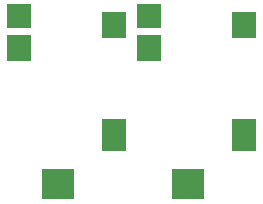
<source format=gbp>
G04*
G04 #@! TF.GenerationSoftware,Altium Limited,Altium Designer,23.5.1 (21)*
G04*
G04 Layer_Color=128*
%FSLAX26Y26*%
%MOIN*%
G70*
G04*
G04 #@! TF.SameCoordinates,34754160-EC67-4D61-A336-4AE92D18F558*
G04*
G04*
G04 #@! TF.FilePolarity,Positive*
G04*
G01*
G75*
%ADD68R,0.082677X0.078740*%
%ADD69R,0.082677X0.086614*%
%ADD70R,0.082677X0.106299*%
%ADD71R,0.106299X0.102362*%
D68*
X-624016Y1430118D02*
D03*
X-190945Y1430118D02*
D03*
D69*
X-624016Y1323819D02*
D03*
X-305118Y1398622D02*
D03*
X127953Y1398622D02*
D03*
X-190945Y1323819D02*
D03*
D70*
X-305118Y1032480D02*
D03*
X127953Y1032480D02*
D03*
D71*
X-494094Y871063D02*
D03*
X-61024Y871063D02*
D03*
M02*

</source>
